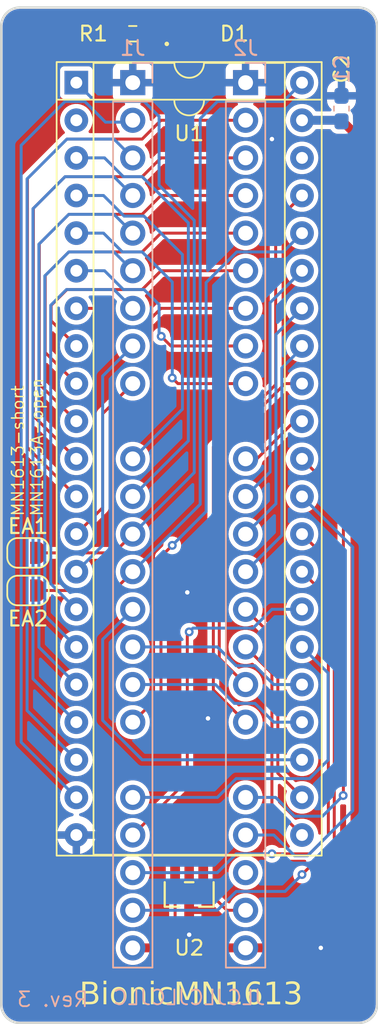
<source format=kicad_pcb>
(kicad_pcb (version 20240108) (generator "pcbnew") (generator_version "8.0")
  (title_block (title "BionicMN1613") (date "2025-03-02") (rev "3") (company "Tadashi G. Takaoka"))
  (layers (0 "F.Cu" signal) (31 "B.Cu" signal) (34 "B.Paste" user) (35 "F.Paste" user) (36 "B.SilkS" user "B.Silkscreen") (37 "F.SilkS" user "F.Silkscreen") (38 "B.Mask" user) (39 "F.Mask" user) (44 "Edge.Cuts" user))
  (net 0 "")
  (net 1 "VCC")
  (net 2 "GND")
  (net 3 "Net-(D1-K)")
  (net 4 "/P10")
  (net 5 "/P11")
  (net 6 "/P12")
  (net 7 "/P13")
  (net 8 "/P14")
  (net 9 "/P15")
  (net 10 "/P16")
  (net 11 "/P17")
  (net 12 "/P30")
  (net 13 "/P31")
  (net 14 "/P32")
  (net 15 "/P33")
  (net 16 "/P34")
  (net 17 "/P35")
  (net 18 "/P36")
  (net 19 "/P37")
  (net 20 "/P50")
  (net 21 "/P51")
  (net 22 "/P52")
  (net 23 "/P53")
  (net 24 "Net-(J2-P57)")
  (net 26 "/P55")
  (net 27 "/P54")
  (net 28 "/P47")
  (net 29 "/P46")
  (net 30 "/P45")
  (net 31 "/P44")
  (net 32 "/P43")
  (net 33 "/P42")
  (net 34 "/P41")
  (net 35 "/P40")
  (net 36 "/P27")
  (net 37 "/P26")
  (net 38 "/P25")
  (net 39 "/P24")
  (net 40 "/P23")
  (net 41 "/P22")
  (net 42 "/P21")
  (net 43 "/P20")
  (footprint "bionic:SolderJumper-2_P1.3mm_Open_RoundedPad1.0x1.5mm" (layer "F.Cu") (at 102.815 109.37)
    (property "Reference" "EA2" (at 0 1.905 0) (layer "F.SilkS"))
    (property "Value" "EA2")
    (fp_line (start -1.4 0.3) (end -1.4 -0.3) (stroke (width 0.12)) (layer "F.SilkS"))
    (fp_line (start -0.7 -1) (end 0.7 -1) (stroke (width 0.12)) (layer "F.SilkS"))
    (fp_line (start 0.7 1) (end -0.7 1) (stroke (width 0.12)) (layer "F.SilkS"))
    (fp_line (start 1.4 -0.3) (end 1.4 0.3) (stroke (width 0.12)) (layer "F.SilkS"))
    (fp_arc (start -1.4 -0.3) (mid -1.194975 -0.794975) (end -0.7 -1) (stroke (width 0.12)) (layer "F.SilkS"))
    (fp_arc (start -0.7 1) (mid -1.194975 0.794975) (end -1.4 0.3) (stroke (width 0.12)) (layer "F.SilkS"))
    (fp_arc (start 0.7 -1) (mid 1.194975 -0.794975) (end 1.4 -0.3) (stroke (width 0.12)) (layer "F.SilkS"))
    (fp_arc (start 1.4 0.3) (mid 1.194975 0.794975) (end 0.7 1) (stroke (width 0.12)) (layer "F.SilkS"))
    (pad "1" smd custom (at -0.65 0) (size 1 0.5) (layers "F.Cu" "F.Mask") (net 2 "GND") (options (clearance outline) (anchor rect)) (primitives (gr_circle (center 0 0.25) (end 0.5 0.25) (width 0) (fill yes)) (gr_circle (center 0 -0.25) (end 0.5 -0.25) (width 0) (fill yes)) (gr_poly (pts (xy 0.5 0.75) (xy 0 0.75) (xy 0 -0.75) (xy 0.5 -0.75)) (width 0) (fill yes))))
    (pad "2" smd custom (at 0.65 0) (size 1 0.5) (layers "F.Cu" "F.Mask") (net 15 "/P33") (options (clearance outline) (anchor rect)) (primitives (gr_circle (center 0 0.25) (end 0.5 0.25) (width 0) (fill yes)) (gr_circle (center 0 -0.25) (end 0.5 -0.25) (width 0) (fill yes)) (gr_poly (pts (xy 0 0.75) (xy -0.5 0.75) (xy -0.5 -0.75) (xy 0 -0.75)) (width 0) (fill yes))))
  )
  (footprint "microchip:SOT-23_MC_MCH-M" (layer "F.Cu") (at 113.7 129.894 180)
    (property "Reference" "U2" (at 0 -3.606 0) (layer "F.SilkS"))
    (property "Value" "11AA010-I/TT")
    (fp_line (start 1.652 0.827) (end 1.652 -0.827) (stroke (width 0.1524)) (layer "F.SilkS"))
    (fp_line (start 1.652 -0.827) (end 0.66294 -0.827) (stroke (width 0.1524)) (layer "F.SilkS"))
    (fp_line (start -0.287061 0.827) (end 0.287061 0.827) (stroke (width 0.1524)) (layer "F.SilkS"))
    (fp_line (start -0.66294 -0.827) (end -1.652 -0.827) (stroke (width 0.1524)) (layer "F.SilkS"))
    (fp_line (start -1.652 -0.827) (end -1.652 0.827) (stroke (width 0.1524)) (layer "F.SilkS"))
    (pad "1" smd rect (at -0.950001 1.066 180) (size 0.6604 1.6256) (layers "F.Cu" "F.Paste" "F.Mask") (net 24 "Net-(J2-P57)"))
    (pad "2" smd rect (at 0.950001 1.066 180) (size 0.6604 1.6256) (layers "F.Cu" "F.Paste" "F.Mask") (net 1 "VCC"))
    (pad "3" smd rect (at 0 -1.066 180) (size 0.6604 1.6256) (layers "F.Cu" "F.Paste" "F.Mask") (net 2 "GND"))
  )
  (footprint "bionic:DIP-42_W15.24mm_Socket" (layer "F.Cu") (at 106.08 75.08)
    (property "Reference" "U1" (at 7.62 3.429 0) (layer "F.SilkS"))
    (property "Value" "MN1613A")
    (fp_line (start -1.33 -1.39) (end -1.33 52.19) (stroke (width 0.12)) (layer "F.SilkS"))
    (fp_line (start -1.33 52.19) (end 16.57 52.19) (stroke (width 0.12)) (layer "F.SilkS"))
    (fp_line (start 1.16 -1.33) (end 1.16 52.13) (stroke (width 0.12)) (layer "F.SilkS"))
    (fp_line (start 1.16 52.13) (end 14.08 52.13) (stroke (width 0.12)) (layer "F.SilkS"))
    (fp_line (start 6.62 -1.33) (end 1.16 -1.33) (stroke (width 0.12)) (layer "F.SilkS"))
    (fp_line (start 14.08 -1.33) (end 8.62 -1.33) (stroke (width 0.12)) (layer "F.SilkS"))
    (fp_line (start 14.08 52.13) (end 14.08 -1.33) (stroke (width 0.12)) (layer "F.SilkS"))
    (fp_line (start 16.57 -1.39) (end -1.33 -1.39) (stroke (width 0.12)) (layer "F.SilkS"))
    (fp_line (start 16.57 1.15) (end -1.33 1.15) (stroke (width 0.12)) (layer "F.SilkS"))
    (fp_line (start 16.57 52.19) (end 16.57 -1.39) (stroke (width 0.12)) (layer "F.SilkS"))
    (fp_arc (start 8.62 -1.33) (mid 7.62 -0.33) (end 6.62 -1.33) (stroke (width 0.12)) (layer "F.SilkS"))
    (fp_arc (start 8.62 1.21) (mid 7.62 2.21) (end 6.62 1.21) (stroke (width 0.12)) (layer "F.SilkS"))
    (pad "1" thru_hole rect (at 0 0) (size 1.6 1.6) (drill 0.8) (layers "*.Cu" "*.Mask") (net 14 "/P32"))
    (pad "2" thru_hole oval (at 0 2.54) (size 1.6 1.6) (drill 0.8) (layers "*.Cu" "*.Mask"))
    (pad "3" thru_hole oval (at 0 5.08) (size 1.6 1.6) (drill 0.8) (layers "*.Cu" "*.Mask") (net 13 "/P31"))
    (pad "4" thru_hole oval (at 0 7.62) (size 1.6 1.6) (drill 0.8) (layers "*.Cu" "*.Mask") (net 12 "/P30"))
    (pad "5" thru_hole oval (at 0 10.16) (size 1.6 1.6) (drill 0.8) (layers "*.Cu" "*.Mask") (net 36 "/P27"))
    (pad "6" thru_hole oval (at 0 12.7) (size 1.6 1.6) (drill 0.8) (layers "*.Cu" "*.Mask") (net 37 "/P26"))
    (pad "7" thru_hole oval (at 0 15.24) (size 1.6 1.6) (drill 0.8) (layers "*.Cu" "*.Mask") (net 38 "/P25"))
    (pad "8" thru_hole oval (at 0 17.78) (size 1.6 1.6) (drill 0.8) (layers "*.Cu" "*.Mask") (net 39 "/P24"))
    (pad "9" thru_hole oval (at 0 20.32) (size 1.6 1.6) (drill 0.8) (layers "*.Cu" "*.Mask") (net 40 "/P23"))
    (pad "10" thru_hole oval (at 0 22.86) (size 1.6 1.6) (drill 0.8) (layers "*.Cu" "*.Mask") (net 41 "/P22"))
    (pad "11" thru_hole oval (at 0 25.4) (size 1.6 1.6) (drill 0.8) (layers "*.Cu" "*.Mask") (net 42 "/P21"))
    (pad "12" thru_hole oval (at 0 27.94) (size 1.6 1.6) (drill 0.8) (layers "*.Cu" "*.Mask") (net 43 "/P20"))
    (pad "13" thru_hole oval (at 0 30.48) (size 1.6 1.6) (drill 0.8) (layers "*.Cu" "*.Mask") (net 11 "/P17"))
    (pad "14" thru_hole oval (at 0 33.02) (size 1.6 1.6) (drill 0.8) (layers "*.Cu" "*.Mask") (net 10 "/P16"))
    (pad "15" thru_hole oval (at 0 35.56) (size 1.6 1.6) (drill 0.8) (layers "*.Cu" "*.Mask") (net 9 "/P15"))
    (pad "16" thru_hole oval (at 0 38.1) (size 1.6 1.6) (drill 0.8) (layers "*.Cu" "*.Mask") (net 8 "/P14"))
    (pad "17" thru_hole oval (at 0 40.64) (size 1.6 1.6) (drill 0.8) (layers "*.Cu" "*.Mask") (net 7 "/P13"))
    (pad "18" thru_hole oval (at 0 43.18) (size 1.6 1.6) (drill 0.8) (layers "*.Cu" "*.Mask") (net 6 "/P12"))
    (pad "19" thru_hole oval (at 0 45.72) (size 1.6 1.6) (drill 0.8) (layers "*.Cu" "*.Mask") (net 5 "/P11"))
    (pad "20" thru_hole oval (at 0 48.26) (size 1.6 1.6) (drill 0.8) (layers "*.Cu" "*.Mask") (net 4 "/P10"))
    (pad "21" thru_hole oval (at 0 50.8) (size 1.6 1.6) (drill 0.8) (layers "*.Cu" "*.Mask") (net 2 "GND"))
    (pad "22" thru_hole oval (at 15.24 50.8) (size 1.6 1.6) (drill 0.8) (layers "*.Cu" "*.Mask") (net 30 "/P45"))
    (pad "23" thru_hole oval (at 15.24 48.26) (size 1.6 1.6) (drill 0.8) (layers "*.Cu" "*.Mask") (net 31 "/P44"))
    (pad "24" thru_hole oval (at 15.24 45.72) (size 1.6 1.6) (drill 0.8) (layers "*.Cu" "*.Mask") (net 16 "/P34"))
    (pad "25" thru_hole oval (at 15.24 43.18) (size 1.6 1.6) (drill 0.8) (layers "*.Cu" "*.Mask") (net 18 "/P36"))
    (pad "26" thru_hole oval (at 15.24 40.64) (size 1.6 1.6) (drill 0.8) (layers "*.Cu" "*.Mask") (net 17 "/P35"))
    (pad "27" thru_hole oval (at 15.24 38.1) (size 1.6 1.6) (drill 0.8) (layers "*.Cu" "*.Mask") (net 20 "/P50"))
    (pad "28" thru_hole oval (at 15.24 35.56) (size 1.6 1.6) (drill 0.8) (layers "*.Cu" "*.Mask") (net 21 "/P51"))
    (pad "29" thru_hole oval (at 15.24 33.02) (size 1.6 1.6) (drill 0.8) (layers "*.Cu" "*.Mask") (net 22 "/P52"))
    (pad "30" thru_hole oval (at 15.24 30.48) (size 1.6 1.6) (drill 0.8) (layers "*.Cu" "*.Mask") (net 23 "/P53"))
    (pad "31" thru_hole oval (at 15.24 27.94) (size 1.6 1.6) (drill 0.8) (layers "*.Cu" "*.Mask") (net 26 "/P55"))
    (pad "32" thru_hole oval (at 15.24 25.4) (size 1.6 1.6) (drill 0.8) (layers "*.Cu" "*.Mask") (net 27 "/P54"))
    (pad "33" thru_hole oval (at 15.24 22.86) (size 1.6 1.6) (drill 0.8) (layers "*.Cu" "*.Mask") (net 35 "/P40"))
    (pad "34" thru_hole oval (at 15.24 20.32) (size 1.6 1.6) (drill 0.8) (layers "*.Cu" "*.Mask") (net 29 "/P46"))
    (pad "35" thru_hole oval (at 15.24 17.78) (size 1.6 1.6) (drill 0.8) (layers "*.Cu" "*.Mask") (net 32 "/P43"))
    (pad "36" thru_hole oval (at 15.24 15.24) (size 1.6 1.6) (drill 0.8) (layers "*.Cu" "*.Mask") (net 33 "/P42"))
    (pad "37" thru_hole oval (at 15.24 12.7) (size 1.6 1.6) (drill 0.8) (layers "*.Cu" "*.Mask") (net 34 "/P41"))
    (pad "38" thru_hole oval (at 15.24 10.16) (size 1.6 1.6) (drill 0.8) (layers "*.Cu" "*.Mask") (net 19 "/P37"))
    (pad "39" thru_hole oval (at 15.24 7.62) (size 1.6 1.6) (drill 0.8) (layers "*.Cu" "*.Mask") (net 28 "/P47"))
    (pad "40" thru_hole oval (at 15.24 5.08) (size 1.6 1.6) (drill 0.8) (layers "*.Cu" "*.Mask"))
    (pad "41" thru_hole oval (at 15.24 2.54) (size 1.6 1.6) (drill 0.8) (layers "*.Cu" "*.Mask") (net 1 "VCC"))
    (pad "42" thru_hole oval (at 15.24 0) (size 1.6 1.6) (drill 0.8) (layers "*.Cu" "*.Mask") (net 15 "/P33"))
  )
  (footprint "Resistor_SMD:R_0603_1608Metric_Pad0.98x0.95mm_HandSolder" (layer "F.Cu") (at 109.89 71.778 180)
    (property "Reference" "R1" (at 2.667 0 0) (layer "F.SilkS"))
    (property "Value" "1.6k")
    (fp_line (start -0.254724 0.5225) (end 0.254724 0.5225) (stroke (width 0.12)) (layer "F.SilkS"))
    (fp_line (start -0.254724 -0.5225) (end 0.254724 -0.5225) (stroke (width 0.12)) (layer "F.SilkS"))
    (pad "1" smd roundrect (at -0.9125 0 180) (size 0.975 0.95) (layers "F.Cu" "F.Paste" "F.Mask") (net 3 "Net-(D1-K)"))
    (pad "2" smd roundrect (at 0.9125 0 180) (size 0.975 0.95) (layers "F.Cu" "F.Paste" "F.Mask") (net 2 "GND"))
  )
  (footprint "bionic:SolderJumper-2_P1.3mm_Open_RoundedPad1.0x1.5mm" (layer "F.Cu") (at 102.815 106.83)
    (property "Reference" "EA1" (at 0 -1.8 0) (layer "F.SilkS"))
    (property "Value" "EA1")
    (fp_line (start -1.4 0.3) (end -1.4 -0.3) (stroke (width 0.12)) (layer "F.SilkS"))
    (fp_line (start -0.7 -1) (end 0.7 -1) (stroke (width 0.12)) (layer "F.SilkS"))
    (fp_line (start 0.7 1) (end -0.7 1) (stroke (width 0.12)) (layer "F.SilkS"))
    (fp_line (start 1.4 -0.3) (end 1.4 0.3) (stroke (width 0.12)) (layer "F.SilkS"))
    (fp_arc (start -1.4 -0.3) (mid -1.194975 -0.794975) (end -0.7 -1) (stroke (width 0.12)) (layer "F.SilkS"))
    (fp_arc (start -0.7 1) (mid -1.194975 0.794975) (end -1.4 0.3) (stroke (width 0.12)) (layer "F.SilkS"))
    (fp_arc (start 0.7 -1) (mid 1.194975 -0.794975) (end 1.4 -0.3) (stroke (width 0.12)) (layer "F.SilkS"))
    (fp_arc (start 1.4 0.3) (mid 1.194975 0.794975) (end 0.7 1) (stroke (width 0.12)) (layer "F.SilkS"))
    (pad "1" smd custom (at -0.65 0) (size 1 0.5) (layers "F.Cu" "F.Mask") (net 2 "GND") (options (clearance outline) (anchor rect)) (primitives (gr_circle (center 0 0.25) (end 0.5 0.25) (width 0) (fill yes)) (gr_circle (center 0 -0.25) (end 0.5 -0.25) (width 0) (fill yes)) (gr_poly (pts (xy 0.5 0.75) (xy 0 0.75) (xy 0 -0.75) (xy 0.5 -0.75)) (width 0) (fill yes))))
    (pad "2" smd custom (at 0.65 0) (size 1 0.5) (layers "F.Cu" "F.Mask") (net 14 "/P32") (options (clearance outline) (anchor rect)) (primitives (gr_circle (center 0 0.25) (end 0.5 0.25) (width 0) (fill yes)) (gr_circle (center 0 -0.25) (end 0.5 -0.25) (width 0) (fill yes)) (gr_poly (pts (xy 0 0.75) (xy -0.5 0.75) (xy -0.5 -0.75) (xy 0 -0.75)) (width 0) (fill yes))))
  )
  (footprint "Capacitor_SMD:C_0603_1608Metric_Pad1.08x0.95mm_HandSolder" (layer "F.Cu") (at 123.987 76.8315 90)
    (property "Reference" "C2" (at 2.667 0 90) (layer "F.SilkS"))
    (property "Value" "22u")
    (fp_line (start -0.146267 -0.51) (end 0.146267 -0.51) (stroke (width 0.12)) (layer "F.SilkS"))
    (fp_line (start -0.146267 0.51) (end 0.146267 0.51) (stroke (width 0.12)) (layer "F.SilkS"))
    (pad "1" smd roundrect (at -0.8625 0 90) (size 1.075 0.95) (layers "F.Cu" "F.Paste" "F.Mask") (net 1 "VCC"))
    (pad "2" smd roundrect (at 0.8625 0 90) (size 1.075 0.95) (layers "F.Cu" "F.Paste" "F.Mask") (net 2 "GND"))
  )
  (footprint "rhom:LED_CSL1901UW1_ROM-M" (layer "F.Cu") (at 113.8397 71.778)
    (property "Reference" "D1" (at 2.9083 0 0) (layer "F.SilkS"))
    (property "Value" "CSL1901UW1")
    (fp_circle (center -1.651 0.6858) (end -1.5748 0.6858) (stroke (width 0.1524)) (fill none) (layer "F.SilkS"))
    (pad "1" smd rect (at -0.8763 0) (size 0.9652 0.762) (layers "F.Cu" "F.Paste" "F.Mask") (net 3 "Net-(D1-K)"))
    (pad "2" smd rect (at 0.8763 0) (size 0.9652 0.762) (layers "F.Cu" "F.Paste" "F.Mask") (net 1 "VCC"))
    (zone (net 0) (net_name "") (layer "F.Cu") (connect_pads (clearance 0)) (min_thickness 0.254)
      (keepout (tracks not_allowed) (vias not_allowed) (pads allowed) (copperpour not_allowed) (footprints allowed))
      (fill (thermal_gap 0.508) (thermal_bridge_width 0.508))
      (polygon (pts (xy 113.4968 71.4224) (xy 114.1826 71.4224) (xy 114.1826 72.1336) (xy 113.4968 72.1336)))
    )
  )
  (footprint "bionic:Bionic-P245_THT" (layer "B.Cu") (at 117.51 75.08 180)
    (property "Reference" "J2" (at 0 2.33 0) (layer "B.SilkS") (effects (justify mirror)))
    (property "Value" "Bionic-P245")
    (fp_line (start 1.33 -1.27) (end -1.33 -1.27) (stroke (width 0.12)) (layer "B.SilkS"))
    (fp_line (start 1.33 -59.75) (end 1.33 -1.27) (stroke (width 0.12)) (layer "B.SilkS"))
    (fp_line (start 1.33 -59.75) (end -1.33 -59.75) (stroke (width 0.12)) (layer "B.SilkS"))
    (fp_line (start 0 1.33) (end -1.33 1.33) (stroke (width 0.12)) (layer "B.SilkS"))
    (fp_line (start -1.33 1.33) (end -1.33 0) (stroke (width 0.12)) (layer "B.SilkS"))
    (fp_line (start -1.33 -59.75) (end -1.33 -1.27) (stroke (width 0.12)) (layer "B.SilkS"))
    (pad "25" thru_hole oval (at 0 -58.42 180) (size 1.7 1.7) (drill 1) (layers "*.Cu" "*.Mask") (net 1 "VCC"))
    (pad "26" thru_hole oval (at 0 -55.88 180) (size 1.7 1.7) (drill 1) (layers "*.Cu" "*.Mask") (net 24 "Net-(J2-P57)"))
    (pad "27" thru_hole oval (at 0 -53.34 180) (size 1.7 1.7) (drill 1) (layers "*.Cu" "*.Mask"))
    (pad "28" thru_hole oval (at 0 -50.8 180) (size 1.7 1.7) (drill 1) (layers "*.Cu" "*.Mask") (net 26 "/P55"))
    (pad "29" thru_hole oval (at 0 -48.26 180) (size 1.7 1.7) (drill 1) (layers "*.Cu" "*.Mask") (net 27 "/P54"))
    (pad "31" thru_hole oval (at 0 -43.18 180) (size 1.7 1.7) (drill 1) (layers "*.Cu" "*.Mask") (net 28 "/P47"))
    (pad "32" thru_hole oval (at 0 -40.64 180) (size 1.7 1.7) (drill 1) (layers "*.Cu" "*.Mask") (net 29 "/P46"))
    (pad "33" thru_hole oval (at 0 -38.1 180) (size 1.7 1.7) (drill 1) (layers "*.Cu" "*.Mask") (net 30 "/P45"))
    (pad "34" thru_hole oval (at 0 -35.56 180) (size 1.7 1.7) (drill 1) (layers "*.Cu" "*.Mask") (net 31 "/P44"))
    (pad "35" thru_hole oval (at 0 -33.02 180) (size 1.7 1.7) (drill 1) (layers "*.Cu" "*.Mask") (net 32 "/P43"))
    (pad "36" thru_hole oval (at 0 -30.48 180) (size 1.7 1.7) (drill 1) (layers "*.Cu" "*.Mask") (net 33 "/P42"))
    (pad "37" thru_hole oval (at 0 -27.94 180) (size 1.7 1.7) (drill 1) (layers "*.Cu" "*.Mask") (net 34 "/P41"))
    (pad "38" thru_hole oval (at 0 -25.4 180) (size 1.7 1.7) (drill 1) (layers "*.Cu" "*.Mask") (net 35 "/P40"))
    (pad "40" thru_hole oval (at 0 -20.32 180) (size 1.7 1.7) (drill 1) (layers "*.Cu" "*.Mask") (net 36 "/P27"))
    (pad "41" thru_hole oval (at 0 -17.78 180) (size 1.7 1.7) (drill 1) (layers "*.Cu" "*.Mask") (net 37 "/P26"))
    (pad "42" thru_hole oval (at 0 -15.24 180) (size 1.7 1.7) (drill 1) (layers "*.Cu" "*.Mask") (net 38 "/P25"))
    (pad "43" thru_hole oval (at 0 -12.7 180) (size 1.7 1.7) (drill 1) (layers "*.Cu" "*.Mask") (net 39 "/P24"))
    (pad "44" thru_hole oval (at 0 -10.16 180) (size 1.7 1.7) (drill 1) (layers "*.Cu" "*.Mask") (net 40 "/P23"))
    (pad "45" thru_hole oval (at 0 -7.62 180) (size 1.7 1.7) (drill 1) (layers "*.Cu" "*.Mask") (net 41 "/P22"))
    (pad "46" thru_hole oval (at 0 -5.08 180) (size 1.7 1.7) (drill 1) (layers "*.Cu" "*.Mask") (net 42 "/P21"))
    (pad "47" thru_hole oval (at 0 -2.54 180) (size 1.7 1.7) (drill 1) (layers "*.Cu" "*.Mask") (net 43 "/P20"))
    (pad "48" thru_hole rect (at 0 0 180) (size 1.7 1.7) (drill 1) (layers "*.Cu" "*.Mask") (net 2 "GND"))
  )
  (footprint "bionic:Bionic-P135_THT" (layer "B.Cu") (at 109.89 75.08 180)
    (property "Reference" "J1" (at 0 2.33 0) (layer "B.SilkS") (effects (justify mirror)))
    (property "Value" "Bionic-P135")
    (fp_line (start 1.33 -1.27) (end -1.33 -1.27) (stroke (width 0.12)) (layer "B.SilkS"))
    (fp_line (start 1.33 -59.75) (end 1.33 -1.27) (stroke (width 0.12)) (layer "B.SilkS"))
    (fp_line (start 1.33 -59.75) (end -1.33 -59.75) (stroke (width 0.12)) (layer "B.SilkS"))
    (fp_line (start 0 1.33) (end -1.33 1.33) (stroke (width 0.12)) (layer "B.SilkS"))
    (fp_line (start -1.33 1.33) (end -1.33 0) (stroke (width 0.12)) (layer "B.SilkS"))
    (fp_line (start -1.33 -59.75) (end -1.33 -1.27) (stroke (width 0.12)) (layer "B.SilkS"))
    (pad "1" thru_hole rect (at 0 0 180) (size 1.7 1.7) (drill 1) (layers "*.Cu" "*.Mask") (net 2 "GND"))
    (pad "2" thru_hole oval (at 0 -2.54 180) (size 1.7 1.7) (drill 1) (layers "*.Cu" "*.Mask") (net 4 "/P10"))
    (pad "3" thru_hole oval (at 0 -5.08 180) (size 1.7 1.7) (drill 1) (layers "*.Cu" "*.Mask") (net 5 "/P11"))
    (pad "4" thru_hole oval (at 0 -7.62 180) (size 1.7 1.7) (drill 1) (layers "*.Cu" "*.Mask") (net 6 "/P12"))
    (pad "5" thru_hole oval (at 0 -10.16 180) (size 1.7 1.7) (drill 1) (layers "*.Cu" "*.Mask") (net 7 "/P13"))
    (pad "6" thru_hole oval (at 0 -12.7 180) (size 1.7 1.7) (drill 1) (layers "*.Cu" "*.Mask") (net 8 "/P14"))
    (pad "7" thru_hole oval (at 0 -15.24 180) (size 1.7 1.7) (drill 1) (layers "*.Cu" "*.Mask") (net 9 "/P15"))
    (pad "8" thru_hole oval (at 0 -17.78 180) (size 1.7 1.7) (drill 1) (layers "*.Cu" "*.Mask") (net 10 "/P16"))
    (pad "9" thru_hole oval (at 0 -20.32 180) (size 1.7 1.7) (drill 1) (layers "*.Cu" "*.Mask") (net 11 "/P17"))
    (pad "11" thru_hole oval (at 0 -25.4 180) (size 1.7 1.7) (drill 1) (layers "*.Cu" "*.Mask") (net 12 "/P30"))
    (pad "12" thru_hole oval (at 0 -27.94 180) (size 1.7 1.7) (drill 1) (layers "*.Cu" "*.Mask") (net 13 "/P31"))
    (pad "13" thru_hole oval (at 0 -30.48 180) (size 1.7 1.7) (drill 1) (layers "*.Cu" "*.Mask") (net 14 "/P32"))
    (pad "14" thru_hole oval (at 0 -33.02 180) (size 1.7 1.7) (drill 1) (layers "*.Cu" "*.Mask") (net 15 "/P33"))
    (pad "15" thru_hole oval (at 0 -35.56 180) (size 1.7 1.7) (drill 1) (layers "*.Cu" "*.Mask") (net 16 "/P34"))
    (pad "16" thru_hole oval (at 0 -38.1 180) (size 1.7 1.7) (drill 1) (layers "*.Cu" "*.Mask") (net 17 "/P35"))
    (pad "17" thru_hole oval (at 0 -40.64 180) (size 1.7 1.7) (drill 1) (layers "*.Cu" "*.Mask") (net 18 "/P36"))
    (pad "18" thru_hole oval (at 0 -43.18 180) (size 1.7 1.7) (drill 1) (layers "*.Cu" "*.Mask") (net 19 "/P37"))
    (pad "20" thru_hole oval (at 0 -48.26 180) (size 1.7 1.7) (drill 1) (layers "*.Cu" "*.Mask") (net 20 "/P50"))
    (pad "21" thru_hole oval (at 0 -50.8 180) (size 1.7 1.7) (drill 1) (layers "*.Cu" "*.Mask") (net 21 "/P51"))
    (pad "22" thru_hole oval (at 0 -53.34 180) (size 1.7 1.7) (drill 1) (layers "*.Cu" "*.Mask") (net 22 "/P52"))
    (pad "23" thru_hole oval (at 0 -55.88 180) (size 1.7 1.7) (drill 1) (layers "*.Cu" "*.Mask") (net 23 "/P53"))
    (pad "24" thru_hole oval (at 0 -58.42 180) (size 1.7 1.7) (drill 1) (layers "*.Cu" "*.Mask") (net 1 "VCC"))
  )
  (footprint "Capacitor_SMD:C_0603_1608Metric_Pad1.08x0.95mm_HandSolder" (layer "B.Cu") (at 123.987 76.8315 90)
    (property "Reference" "C1" (at 2.667 0.03 90) (layer "B.SilkS") (effects (justify mirror)))
    (property "Value" "0.1u")
    (fp_line (start 0.146267 -0.51) (end -0.146267 -0.51) (stroke (width 0.12)) (layer "B.SilkS"))
    (fp_line (start 0.146267 0.51) (end -0.146267 0.51) (stroke (width 0.12)) (layer "B.SilkS"))
    (pad "1" smd roundrect (at -0.8625 0 90) (size 1.075 0.95) (layers "B.Cu" "B.Paste" "B.Mask") (net 1 "VCC"))
    (pad "2" smd roundrect (at 0.8625 0 90) (size 1.075 0.95) (layers "B.Cu" "B.Paste" "B.Mask") (net 2 "GND"))
  )
  (gr_arc (start 125.13 70) (mid 126.028026 70.371974) (end 126.4 71.27) (stroke (width 0.15)) (layer "Edge.Cuts"))
  (gr_arc (start 101 71.27) (mid 101.371974 70.371974) (end 102.27 70) (stroke (width 0.15)) (layer "Edge.Cuts"))
  (gr_arc (start 102.27 138.58) (mid 101.371974 138.208026) (end 101 137.31) (stroke (width 0.15)) (layer "Edge.Cuts"))
  (gr_line (start 126.4 137.31) (end 126.4 71.27) (stroke (width 0.15)) (layer "Edge.Cuts"))
  (gr_line (start 101 71.27) (end 101 137.31) (stroke (width 0.15)) (layer "Edge.Cuts"))
  (gr_line (start 102.27 138.58) (end 125.13 138.58) (stroke (width 0.15)) (layer "Edge.Cuts"))
  (gr_line (start 125.13 70) (end 102.27 70) (stroke (width 0.15)) (layer "Edge.Cuts"))
  (gr_arc (start 126.4 137.31) (mid 126.028026 138.208026) (end 125.13 138.58) (stroke (width 0.15)) (layer "Edge.Cuts"))
  (gr_text "Rev. 3" (at 106.969 137.564 0) (layer "B.SilkS") (effects (font (size 1 1)) (justify left bottom mirror)))
  (gr_text "JLCJLCJLCJLC" (at 113.7 137.437 0) (layer "B.SilkS") (effects (font (size 1 1)) (justify bottom mirror)))
  (gr_text "MN1613-short\nMN1613A-open" (at 102.778 104.417 90) (layer "F.SilkS") (effects (font (size 0.8 0.8) (thickness 0.1)) (justify left)))
  (gr_text "BionicMN1613" (at 113.827 137.564 0) (layer "F.SilkS") (effects (font (size 1.5 1.5)) (justify bottom)))
  (segment (start 114.6779 71.778) (end 122.971 71.778) (width 0.2) (layer "F.Cu") (net 1))
  (segment (start 124.898 78.531) (end 123.987 77.62) (width 0.6) (layer "F.Cu") (net 1))
  (segment (start 124.981 78.531) (end 124.898 78.531) (width 0.2) (layer "F.Cu") (net 1))
  (segment (start 117.51 133.5) (end 118.907 133.5) (width 0.6) (layer "F.Cu") (net 1))
  (segment (start 109.89 133.5) (end 112.684 133.5) (width 0.6) (layer "F.Cu") (net 1))
  (segment (start 118.907 133.5) (end 124.898 127.509) (width 0.6) (layer "F.Cu") (net 1))
  (segment (start 112.749999 133.434001) (end 112.684 133.5) (width 0.2) (layer "F.Cu") (net 1))
  (segment (start 125.638 77.874) (end 124.981 78.531) (width 0.2) (layer "F.Cu") (net 1))
  (segment (start 122.971 71.778) (end 125.638 74.445) (width 0.2) (layer "F.Cu") (net 1))
  (segment (start 124.898 127.509) (end 124.898 78.531) (width 0.6) (layer "F.Cu") (net 1))
  (segment (start 112.684 133.5) (end 117.51 133.5) (width 0.6) (layer "F.Cu") (net 1))
  (segment (start 125.638 74.445) (end 125.638 77.874) (width 0.2) (layer "F.Cu") (net 1))
  (segment (start 123.987 77.62) (end 121.32 77.62) (width 0.6) (layer "F.Cu") (net 1))
  (segment (start 112.749999 128.674) (end 112.749999 133.434001) (width 0.2) (layer "F.Cu") (net 1))
  (segment (start 123.9097 77.62) (end 123.9108 77.6189) (width 0.2) (layer "B.Cu") (net 1))
  (segment (start 121.32 77.62) (end 123.9097 77.62) (width 0.6) (layer "B.Cu") (net 1))
  (via (at 113.7 132.611) (size 0.6) (drill 0.3) (layers "F.Cu" "B.Cu") (net 2))
  (via (at 114.97 118.006) (size 0.6) (drill 0.3) (layers "F.Cu" "B.Cu") (net 2))
  (via (at 113.573 109.497) (size 0.6) (drill 0.3) (layers "F.Cu" "B.Cu") (net 2))
  (via (at 122.59 133.5) (size 0.6) (drill 0.3) (layers "F.Cu" "B.Cu") (net 2))
  (via (at 119.288 78.89) (size 0.6) (drill 0.3) (layers "F.Cu" "B.Cu") (net 2))
  (segment (start 112.9253 71.778) (end 110.8025 71.778) (width 0.2) (layer "F.Cu") (net 3))
  (segment (start 102.3528 79.3152) (end 102.3528 119.6128) (width 0.2) (layer "B.Cu") (net 4))
  (segment (start 108.0485 77.747) (end 106.6515 76.35) (width 0.2) (layer "B.Cu") (net 4))
  (segment (start 105.318 76.35) (end 102.3528 79.3152) (width 0.2) (layer "B.Cu") (net 4))
  (segment (start 102.3528 119.6128) (end 106.08 123.34) (width 0.2) (layer "B.Cu") (net 4))
  (segment (start 106.6515 76.35) (end 105.318 76.35) (width 0.2) (layer "B.Cu") (net 4))
  (segment (start 109.763 77.747) (end 108.0485 77.747) (width 0.2) (layer "B.Cu") (net 4))
  (segment (start 109.89 77.62) (end 109.763 77.747) (width 0.2) (layer "B.Cu") (net 4))
  (segment (start 108.62 78.89) (end 105.445 78.89) (width 0.2) (layer "B.Cu") (net 5))
  (segment (start 102.7528 117.4728) (end 106.08 120.8) (width 0.2) (layer "B.Cu") (net 5))
  (segment (start 109.89 80.16) (end 108.62 78.89) (width 0.2) (layer "B.Cu") (net 5))
  (segment (start 102.7528 81.5822) (end 102.7528 117.4728) (width 0.2) (layer "B.Cu") (net 5))
  (segment (start 105.445 78.89) (end 102.7528 81.5822) (width 0.2) (layer "B.Cu") (net 5))
  (segment (start 109.89 82.7) (end 108.62 81.43) (width 0.2) (layer "B.Cu") (net 6))
  (segment (start 103.1528 115.3328) (end 106.08 118.26) (width 0.2) (layer "B.Cu") (net 6))
  (segment (start 103.1528 83.5952) (end 103.1528 115.3328) (width 0.2) (layer "B.Cu") (net 6))
  (segment (start 105.318 81.43) (end 103.1528 83.5952) (width 0.2) (layer "B.Cu") (net 6))
  (segment (start 108.62 81.43) (end 105.318 81.43) (width 0.2) (layer "B.Cu") (net 6))
  (segment (start 103.5528 85.9892) (end 103.5528 113.1928) (width 0.2) (layer "B.Cu") (net 7))
  (segment (start 105.572 83.97) (end 103.5528 85.9892) (width 0.2) (layer "B.Cu") (net 7))
  (segment (start 103.5528 113.1928) (end 106.08 115.72) (width 0.2) (layer "B.Cu") (net 7))
  (segment (start 109.89 85.24) (end 108.62 83.97) (width 0.2) (layer "B.Cu") (net 7))
  (segment (start 108.62 83.97) (end 105.572 83.97) (width 0.2) (layer "B.Cu") (net 7))
  (segment (start 109.89 87.78) (end 108.62 86.51) (width 0.2) (layer "B.Cu") (net 8))
  (segment (start 108.62 86.51) (end 105.572 86.51) (width 0.2) (layer "B.Cu") (net 8))
  (segment (start 103.9528 88.1292) (end 103.9528 111.0528) (width 0.2) (layer "B.Cu") (net 8))
  (segment (start 103.9528 111.0528) (end 106.08 113.18) (width 0.2) (layer "B.Cu") (net 8))
  (segment (start 105.572 86.51) (end 103.9528 88.1292) (width 0.2) (layer "B.Cu") (net 8))
  (segment (start 104.3528 90.1102) (end 104.3528 108.9128) (width 0.2) (layer "B.Cu") (net 9))
  (segment (start 109.89 90.32) (end 108.62 89.05) (width 0.2) (layer "B.Cu") (net 9))
  (segment (start 104.3528 108.9128) (end 106.08 110.64) (width 0.2) (layer "B.Cu") (net 9))
  (segment (start 108.62 89.05) (end 105.413 89.05) (width 0.2) (layer "B.Cu") (net 9))
  (segment (start 105.413 89.05) (end 104.3528 90.1102) (width 0.2) (layer "B.Cu") (net 9))
  (segment (start 106.08 108.1) (end 107.858 106.322) (width 0.2) (layer "B.Cu") (net 10))
  (segment (start 107.858 106.322) (end 107.858 94.892) (width 0.2) (layer "B.Cu") (net 10))
  (segment (start 107.858 94.892) (end 109.89 92.86) (width 0.2) (layer "B.Cu") (net 10))
  (segment (start 107.858 97.432) (end 109.89 95.4) (width 0.2) (layer "F.Cu") (net 11))
  (segment (start 106.08 105.56) (end 107.858 103.782) (width 0.2) (layer "F.Cu") (net 11))
  (segment (start 107.858 103.782) (end 107.858 97.432) (width 0.2) (layer "F.Cu") (net 11))
  (segment (start 106.08 82.7) (end 107.915686 82.7) (width 0.2) (layer "B.Cu") (net 12))
  (segment (start 113.243 86.688) (end 113.243 97.127) (width 0.2) (layer "B.Cu") (net 12))
  (segment (start 113.243 97.127) (end 109.89 100.48) (width 0.2) (layer "B.Cu") (net 12))
  (segment (start 110.645 84.09) (end 113.243 86.688) (width 0.2) (layer "B.Cu") (net 12))
  (segment (start 107.915686 82.7) (end 109.305686 84.09) (width 0.2) (layer "B.Cu") (net 12))
  (segment (start 109.305686 84.09) (end 110.645 84.09) (width 0.2) (layer "B.Cu") (net 12))
  (segment (start 113.643 84.548) (end 113.643 99.267) (width 0.2) (layer "B.Cu") (net 13))
  (segment (start 106.08 80.16) (end 107.985 80.16) (width 0.2) (layer "B.Cu") (net 13))
  (segment (start 113.643 99.267) (end 109.89 103.02) (width 0.2) (layer "B.Cu") (net 13))
  (segment (start 110.525 81.43) (end 113.643 84.548) (width 0.2) (layer "B.Cu") (net 13))
  (segment (start 109.255 81.43) (end 110.525 81.43) (width 0.2) (layer "B.Cu") (net 13))
  (segment (start 107.985 80.16) (end 109.255 81.43) (width 0.2) (layer "B.Cu") (net 13))
  (segment (start 108.62 106.83) (end 109.89 105.56) (width 0.2) (layer "F.Cu") (net 14))
  (segment (start 103.413 106.703) (end 103.54 106.83) (width 0.2) (layer "F.Cu") (net 14))
  (segment (start 103.54 106.83) (end 108.62 106.83) (width 0.2) (layer "F.Cu") (net 14))
  (segment (start 109.89 105.56) (end 114.043 101.407) (width 0.2) (layer "B.Cu") (net 14))
  (segment (start 114.043 84.382314) (end 111.668 82.007314) (width 0.2) (layer "B.Cu") (net 14))
  (segment (start 111.668 82.007314) (end 111.668 77.366) (width 0.2) (layer "B.Cu") (net 14))
  (segment (start 107.35 76.35) (end 106.08 75.08) (width 0.2) (layer "B.Cu") (net 14))
  (segment (start 114.043 101.407) (end 114.043 84.382314) (width 0.2) (layer "B.Cu") (net 14))
  (segment (start 110.652 76.35) (end 107.35 76.35) (width 0.2) (layer "B.Cu") (net 14))
  (segment (start 111.668 77.366) (end 110.652 76.35) (width 0.2) (layer "B.Cu") (net 14))
  (segment (start 103.54 109.37) (end 108.62 109.37) (width 0.2) (layer "F.Cu") (net 15))
  (segment (start 108.62 109.37) (end 109.89 108.1) (width 0.2) (layer "F.Cu") (net 15))
  (segment (start 121.32 75.08) (end 120.05 76.35) (width 0.2) (layer "B.Cu") (net 15))
  (segment (start 114.443 77.512) (end 114.443 103.547) (width 0.2) (layer "B.Cu") (net 15))
  (segment (start 115.605 76.35) (end 114.443 77.512) (width 0.2) (layer "B.Cu") (net 15))
  (segment (start 114.443 103.547) (end 109.89 108.1) (width 0.2) (layer "B.Cu") (net 15))
  (segment (start 120.05 76.35) (end 115.605 76.35) (width 0.2) (layer "B.Cu") (net 15))
  (segment (start 107.858 112.672) (end 107.858 118.133) (width 0.2) (layer "B.Cu") (net 16))
  (segment (start 107.858 118.133) (end 110.525 120.8) (width 0.2) (layer "B.Cu") (net 16))
  (segment (start 109.89 110.64) (end 107.858 112.672) (width 0.2) (layer "B.Cu") (net 16))
  (segment (start 110.525 120.8) (end 121.32 120.8) (width 0.2) (layer "B.Cu") (net 16))
  (segment (start 121.32 115.72) (end 119.415 115.72) (width 0.2) (layer "B.Cu") (net 17))
  (segment (start 116.875 114.45) (end 115.605 113.18) (width 0.2) (layer "B.Cu") (net 17))
  (segment (start 115.605 113.18) (end 109.89 113.18) (width 0.2) (layer "B.Cu") (net 17))
  (segment (start 118.145 114.45) (end 116.875 114.45) (width 0.2) (layer "B.Cu") (net 17))
  (segment (start 119.415 115.72) (end 118.145 114.45) (width 0.2) (layer "B.Cu") (net 17))
  (segment (start 116.748 116.99) (end 118.145 116.99) (width 0.2) (layer "B.Cu") (net 18))
  (segment (start 119.415 118.26) (end 121.32 118.26) (width 0.2) (layer "B.Cu") (net 18))
  (segment (start 109.89 115.72) (end 115.478 115.72) (width 0.2) (layer "B.Cu") (net 18))
  (segment (start 115.478 115.72) (end 116.748 116.99) (width 0.2) (layer "B.Cu") (net 18))
  (segment (start 118.145 116.99) (end 119.415 118.26) (width 0.2) (layer "B.Cu") (net 18))
  (segment (start 112.557 106.322) (end 111.795 107.084) (width 0.2) (layer "F.Cu") (net 19))
  (segment (start 111.795 107.084) (end 111.795 116.355) (width 0.2) (layer "F.Cu") (net 19))
  (segment (start 111.795 116.355) (end 109.89 118.26) (width 0.2) (layer "F.Cu") (net 19))
  (via (at 112.557 106.322) (size 0.6) (drill 0.3) (layers "F.Cu" "B.Cu") (net 19))
  (segment (start 112.557 106.322) (end 114.843 104.036) (width 0.2) (layer "B.Cu") (net 19))
  (segment (start 114.843 88.580654) (end 116.913654 86.51) (width 0.2) (layer "B.Cu") (net 19))
  (segment (start 120.05 86.51) (end 121.32 85.24) (width 0.2) (layer "B.Cu") (net 19))
  (segment (start 114.843 104.036) (end 114.843 88.580654) (width 0.2) (layer "B.Cu") (net 19))
  (segment (start 116.913654 86.51) (end 120.05 86.51) (width 0.2) (layer "B.Cu") (net 19))
  (segment (start 123.079 120.819) (end 121.828 122.07) (width 0.2) (layer "B.Cu") (net 20))
  (segment (start 116.875 122.07) (end 115.605 123.34) (width 0.2) (layer "B.Cu") (net 20))
  (segment (start 115.605 123.34) (end 109.89 123.34) (width 0.2) (layer "B.Cu") (net 20))
  (segment (start 123.079 114.939) (end 123.079 120.819) (width 0.2) (layer "B.Cu") (net 20))
  (segment (start 121.828 122.07) (end 116.875 122.07) (width 0.2) (layer "B.Cu") (net 20))
  (segment (start 121.32 113.18) (end 123.079 114.939) (width 0.2) (layer "B.Cu") (net 20))
  (segment (start 113.7 112.164) (end 113.573 112.291) (width 0.2) (layer "F.Cu") (net 21))
  (segment (start 113.573 112.291) (end 113.573 122.197) (width 0.2) (layer "F.Cu") (net 21))
  (segment (start 113.573 122.197) (end 109.89 125.88) (width 0.2) (layer "F.Cu") (net 21))
  (via (at 113.7 112.164) (size 0.6) (drill 0.3) (layers "F.Cu" "B.Cu") (net 21))
  (segment (start 118.018 111.91) (end 119.288 110.64) (width 0.2) (layer "B.Cu") (net 21))
  (segment (start 113.954 111.91) (end 118.018 111.91) (width 0.2) (layer "B.Cu") (net 21))
  (segment (start 119.288 110.64) (end 121.32 110.64) (width 0.2) (layer "B.Cu") (net 21))
  (segment (start 113.7 112.164) (end 113.954 111.91) (width 0.2) (layer "B.Cu") (net 21))
  (segment (start 121.828 127.15) (end 123.098 125.88) (width 0.2) (layer "F.Cu") (net 22))
  (segment (start 119.288 127.15) (end 121.828 127.15) (width 0.2) (layer "F.Cu") (net 22))
  (segment (start 123.098 109.878) (end 121.32 108.1) (width 0.2) (layer "F.Cu") (net 22))
  (segment (start 123.098 125.88) (end 123.098 109.878) (width 0.2) (layer "F.Cu") (net 22))
  (via (at 119.288 127.15) (size 0.6) (drill 0.3) (layers "F.Cu" "B.Cu") (net 22))
  (segment (start 119.288 127.15) (end 116.875 127.15) (width 0.2) (layer "B.Cu") (net 22))
  (segment (start 115.605 128.42) (end 109.89 128.42) (width 0.2) (layer "B.Cu") (net 22))
  (segment (start 116.875 127.15) (end 115.605 128.42) (width 0.2) (layer "B.Cu") (net 22))
  (segment (start 123.498 107.738) (end 121.32 105.56) (width 0.2) (layer "F.Cu") (net 23))
  (segment (start 121.32 128.547) (end 123.498 126.369) (width 0.2) (layer "F.Cu") (net 23))
  (segment (start 123.498 126.369) (end 123.498 107.738) (width 0.2) (layer "F.Cu") (net 23))
  (via (at 121.32 128.547) (size 0.6) (drill 0.3) (layers "F.Cu" "B.Cu") (net 23))
  (segment (start 121.32 128.547) (end 120.177 129.69) (width 0.2) (layer "B.Cu") (net 23))
  (segment (start 115.605 130.96) (end 109.89 130.96) (width 0.2) (layer "B.Cu") (net 23))
  (segment (start 120.177 129.69) (end 116.875 129.69) (width 0.2) (layer "B.Cu") (net 23))
  (segment (start 116.875 129.69) (end 115.605 130.96) (width 0.2) (layer "B.Cu") (net 23))
  (segment (start 114.650001 129.370001) (end 116.24 130.96) (width 0.2) (layer "F.Cu") (net 24))
  (segment (start 116.24 130.96) (end 117.51 130.96) (width 0.2) (layer "F.Cu") (net 24))
  (segment (start 114.650001 128.674) (end 114.650001 129.370001) (width 0.2) (layer "F.Cu") (net 24))
  (segment (start 124.749 106.449) (end 124.749 124.229) (width 0.2) (layer "B.Cu") (net 26))
  (segment (start 119.415 125.88) (end 117.383 125.88) (width 0.2) (layer "B.Cu") (net 26))
  (segment (start 124.749 124.229) (end 121.701 127.277) (width 0.2) (layer "B.Cu") (net 26))
  (segment (start 121.701 127.277) (end 120.812 127.277) (width 0.2) (layer "B.Cu") (net 26))
  (segment (start 121.32 103.02) (end 124.749 106.449) (width 0.2) (layer "B.Cu") (net 26))
  (segment (start 120.812 127.277) (end 119.415 125.88) (width 0.2) (layer "B.Cu") (net 26))
  (segment (start 124.114 123.197) (end 124.114 103.274) (width 0.2) (layer "F.Cu") (net 27))
  (segment (start 124.098 123.213) (end 124.114 123.197) (width 0.2) (layer "F.Cu") (net 27))
  (segment (start 124.114 103.274) (end 121.32 100.48) (width 0.2) (layer "F.Cu") (net 27))
  (via (at 124.098 123.213) (size 0.6) (drill 0.3) (layers "F.Cu" "B.Cu") (net 27))
  (segment (start 124.098 123.213) (end 122.701 124.61) (width 0.2) (layer "B.Cu") (net 27))
  (segment (start 122.701 124.61) (end 120.812 124.61) (width 0.2) (layer "B.Cu") (net 27))
  (segment (start 119.542 123.34) (end 117.51 123.34) (width 0.2) (layer "B.Cu") (net 27))
  (segment (start 120.812 124.61) (end 119.542 123.34) (width 0.2) (layer "B.Cu") (net 27))
  (segment (start 117.51 118.26) (end 115.332 116.082) (width 0.2) (layer "F.Cu") (net 28))
  (segment (start 119.542 95.469314) (end 119.542 84.478) (width 0.2) (layer "F.Cu") (net 28))
  (segment (start 115.332 99.679314) (end 119.542 95.469314) (width 0.2) (layer "F.Cu") (net 28))
  (segment (start 119.542 84.478) (end 121.32 82.7) (width 0.2) (layer "F.Cu") (net 28))
  (segment (start 115.332 116.082) (end 115.332 99.679314) (width 0.2) (layer "F.Cu") (net 28))
  (segment (start 115.732 113.942) (end 115.732 99.845) (width 0.2) (layer "F.Cu") (net 29))
  (segment (start 115.732 99.845) (end 120.177 95.4) (width 0.2) (layer "F.Cu") (net 29))
  (segment (start 120.177 95.4) (end 121.32 95.4) (width 0.2) (layer "F.Cu") (net 29))
  (segment (start 117.51 115.72) (end 115.732 113.942) (width 0.2) (layer "F.Cu") (net 29))
  (segment (start 117.51 113.18) (end 119.288 114.958) (width 0.2) (layer "F.Cu") (net 30))
  (segment (start 119.288 114.958) (end 119.288 123.848) (width 0.2) (layer "F.Cu") (net 30))
  (segment (start 119.288 123.848) (end 121.32 125.88) (width 0.2) (layer "F.Cu") (net 30))
  (segment (start 119.688 112.818) (end 119.688 121.708) (width 0.2) (layer "F.Cu") (net 31))
  (segment (start 119.688 121.708) (end 121.32 123.34) (width 0.2) (layer "F.Cu") (net 31))
  (segment (start 117.51 110.64) (end 119.688 112.818) (width 0.2) (layer "F.Cu") (net 31))
  (segment (start 121.32 92.86) (end 121.32 92.987) (width 0.2) (layer "B.Cu") (net 32))
  (segment (start 119.961 105.649) (end 117.51 108.1) (width 0.2) (layer "B.Cu") (net 32))
  (segment (start 119.961 94.346) (end 119.961 105.649) (width 0.2) (layer "B.Cu") (net 32))
  (segment (start 121.32 92.987) (end 119.961 94.346) (width 0.2) (layer "B.Cu") (net 32))
  (segment (start 121.32 90.32) (end 119.561 92.079) (width 0.2) (layer "B.Cu") (net 33))
  (segment (start 119.561 103.509) (end 117.51 105.56) (width 0.2) (layer "B.Cu") (net 33))
  (segment (start 119.561 92.079) (end 119.561 103.509) (width 0.2) (layer "B.Cu") (net 33))
  (segment (start 121.32 87.78) (end 119.161 89.939) (width 0.2) (layer "B.Cu") (net 34))
  (segment (start 119.161 101.369) (end 117.51 103.02) (width 0.2) (layer "B.Cu") (net 34))
  (segment (start 119.161 89.939) (end 119.161 101.369) (width 0.2) (layer "B.Cu") (net 34))
  (segment (start 121.32 97.94) (end 120.812 97.94) (width 0.2) (layer "F.Cu") (net 35))
  (segment (start 120.812 97.94) (end 118.272 100.48) (width 0.2) (layer "F.Cu") (net 35))
  (segment (start 118.272 100.48) (end 117.51 100.48) (width 0.2) (layer "F.Cu") (net 35))
  (segment (start 112.938 95.4) (end 117.51 95.4) (width 0.2) (layer "F.Cu") (net 36))
  (segment (start 112.557 95.019) (end 112.938 95.4) (width 0.2) (layer "F.Cu") (net 36))
  (via (at 112.557 95.019) (size 0.6) (drill 0.3) (layers "F.Cu" "B.Cu") (net 36))
  (segment (start 107.915686 85.24) (end 106.08 85.24) (width 0.2) (layer "B.Cu") (net 36))
  (segment (start 110.525 86.51) (end 109.185686 86.51) (width 0.2) (layer "B.Cu") (net 36))
  (segment (start 109.185686 86.51) (end 107.915686 85.24) (width 0.2) (layer "B.Cu") (net 36))
  (segment (start 112.557 95.019) (end 112.557 88.542) (width 0.2) (layer "B.Cu") (net 36))
  (segment (start 112.557 88.542) (end 110.525 86.51) (width 0.2) (layer "B.Cu") (net 36))
  (segment (start 112.465 92.86) (end 117.51 92.86) (width 0.2) (layer "F.Cu") (net 37))
  (segment (start 111.8125 92.2075) (end 112.465 92.86) (width 0.2) (layer "F.Cu") (net 37))
  (via (at 111.8125 92.2075) (size 0.6) (drill 0.3) (layers "F.Cu" "B.Cu") (net 37))
  (segment (start 107.985 87.78) (end 106.08 87.78) (width 0.2) (layer "B.Cu") (net 37))
  (segment (start 111.668 92.063) (end 111.668 90.066) (width 0.2) (layer "B.Cu") (net 37))
  (segment (start 110.652 89.05) (end 109.255 89.05) (width 0.2) (layer "B.Cu") (net 37))
  (segment (start 111.8125 92.2075) (end 111.668 92.063) (width 0.2) (layer "B.Cu") (net 37))
  (segment (start 109.255 89.05) (end 107.985 87.78) (width 0.2) (layer "B.Cu") (net 37))
  (segment (start 111.668 90.066) (end 110.652 89.05) (width 0.2) (layer "B.Cu") (net 37))
  (segment (start 111.795 90.32) (end 110.525 91.59) (width 0.2) (layer "F.Cu") (net 38))
  (segment (start 107.985 90.32) (end 106.08 90.32) (width 0.2) (layer "F.Cu") (net 38))
  (segment (start 109.255 91.59) (end 107.985 90.32) (width 0.2) (layer "F.Cu") (net 38))
  (segment (start 110.525 91.59) (end 109.255 91.59) (width 0.2) (layer "F.Cu") (net 38))
  (segment (start 117.51 90.32) (end 111.795 90.32) (width 0.2) (layer "F.Cu") (net 38))
  (segment (start 104.378 90.117) (end 104.378 91.158) (width 0.2) (layer "F.Cu") (net 39))
  (segment (start 105.445 89.05) (end 104.378 90.117) (width 0.2) (layer "F.Cu") (net 39))
  (segment (start 117.51 87.78) (end 111.795 87.78) (width 0.2) (layer "F.Cu") (net 39))
  (segment (start 111.795 87.78) (end 110.525 89.05) (width 0.2) (layer "F.Cu") (net 39))
  (segment (start 110.525 89.05) (end 105.445 89.05) (width 0.2) (layer "F.Cu") (net 39))
  (segment (start 104.378 91.158) (end 106.08 92.86) (width 0.2) (layer "F.Cu") (net 39))
  (segment (start 103.978 88.104) (end 103.978 93.298) (width 0.2) (layer "F.Cu") (net 40))
  (segment (start 110.525 86.51) (end 105.572 86.51) (width 0.2) (layer "F.Cu") (net 40))
  (segment (start 117.51 85.24) (end 111.795 85.24) (width 0.2) (layer "F.Cu") (net 40))
  (segment (start 103.978 93.298) (end 106.08 95.4) (width 0.2) (layer "F.Cu") (net 40))
  (segment (start 111.795 85.24) (end 110.525 86.51) (width 0.2) (layer "F.Cu") (net 40))
  (segment (start 105.572 86.51) (end 103.978 88.104) (width 0.2) (layer "F.Cu") (net 40))
  (segment (start 103.578 95.438) (end 106.08 97.94) (width 0.2) (layer "F.Cu") (net 41))
  (segment (start 117.51 82.7) (end 111.795 82.7) (width 0.2) (layer "F.Cu") (net 41))
  (segment (start 111.795 82.7) (end 110.525 83.97) (width 0.2) (layer "F.Cu") (net 41))
  (segment (start 105.572 83.97) (end 103.578 85.964) (width 0.2) (layer "F.Cu") (net 41))
  (segment (start 103.578 85.964) (end 103.578 95.438) (width 0.2) (layer "F.Cu") (net 41))
  (segment (start 110.525 83.97) (end 105.572 83.97) (width 0.2) (layer "F.Cu") (net 41))
  (segment (start 103.178 83.57) (end 103.178 97.578) (width 0.2) (layer "F.Cu") (net 42))
  (segment (start 111.795 80.16) (end 110.525 81.43) (width 0.2) (layer "F.Cu") (net 42))
  (segment (start 105.318 81.43) (end 103.178 83.57) (width 0.2) (layer "F.Cu") (net 42))
  (segment (start 117.51 80.16) (end 111.795 80.16) (width 0.2) (layer "F.Cu") (net 42))
  (segment (start 110.525 81.43) (end 105.318 81.43) (width 0.2) (layer "F.Cu") (net 42))
  (segment (start 103.178 97.578) (end 106.08 100.48) (width 0.2) (layer "F.Cu") (net 42))
  (segment (start 102.778 99.718) (end 106.08 103.02) (width 0.2) (layer "F.Cu") (net 43))
  (segment (start 110.525 78.89) (end 105.445 78.89) (width 0.2) (layer "F.Cu") (net 43))
  (segment (start 117.51 77.62) (end 111.795 77.62) (width 0.2) (layer "F.Cu") (net 43))
  (segment (start 102.778 81.557) (end 102.778 99.718) (width 0.2) (layer "F.Cu") (net 43))
  (segment (start 105.445 78.89) (end 102.778 81.557) (width 0.2) (layer "F.Cu") (net 43))
  (segment (start 111.795 77.62) (end 110.525 78.89) (width 0.2) (layer "F.Cu") (net 43))
  (zone (net 2) (net_name "GND") (layers "F&B.Cu") (connect_pads (clearance 0.3)) (min_thickness 0.2) (fill yes (thermal_gap 0.5) (thermal_bridge_width 0.5))
    (polygon (pts (xy 101 70) (xy 126.4 70) (xy 126.4 138.58) (xy 101 138.58)))
  )
)
</source>
